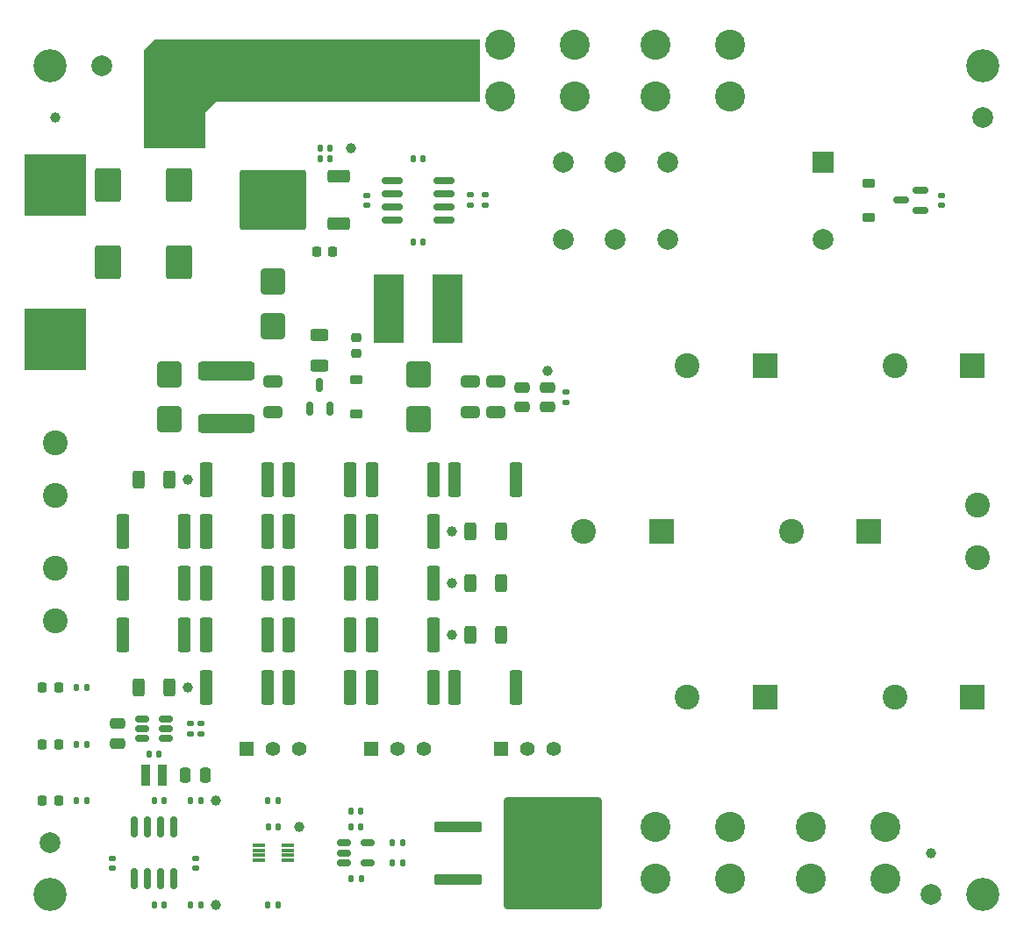
<source format=gbr>
%TF.GenerationSoftware,KiCad,Pcbnew,9.0.0*%
%TF.CreationDate,2025-08-07T11:31:08+08:00*%
%TF.ProjectId,Regen Clamp,52656765-6e20-4436-9c61-6d702e6b6963,1.1*%
%TF.SameCoordinates,PXa7d8c00PY8c30ac0*%
%TF.FileFunction,Soldermask,Top*%
%TF.FilePolarity,Negative*%
%FSLAX46Y46*%
G04 Gerber Fmt 4.6, Leading zero omitted, Abs format (unit mm)*
G04 Created by KiCad (PCBNEW 9.0.0) date 2025-08-07 11:31:08*
%MOMM*%
%LPD*%
G01*
G04 APERTURE LIST*
G04 Aperture macros list*
%AMRoundRect*
0 Rectangle with rounded corners*
0 $1 Rounding radius*
0 $2 $3 $4 $5 $6 $7 $8 $9 X,Y pos of 4 corners*
0 Add a 4 corners polygon primitive as box body*
4,1,4,$2,$3,$4,$5,$6,$7,$8,$9,$2,$3,0*
0 Add four circle primitives for the rounded corners*
1,1,$1+$1,$2,$3*
1,1,$1+$1,$4,$5*
1,1,$1+$1,$6,$7*
1,1,$1+$1,$8,$9*
0 Add four rect primitives between the rounded corners*
20,1,$1+$1,$2,$3,$4,$5,0*
20,1,$1+$1,$4,$5,$6,$7,0*
20,1,$1+$1,$6,$7,$8,$9,0*
20,1,$1+$1,$8,$9,$2,$3,0*%
G04 Aperture macros list end*
%ADD10R,2.850000X6.600000*%
%ADD11C,2.400000*%
%ADD12RoundRect,0.135000X0.185000X-0.135000X0.185000X0.135000X-0.185000X0.135000X-0.185000X-0.135000X0*%
%ADD13RoundRect,0.250000X0.362500X1.425000X-0.362500X1.425000X-0.362500X-1.425000X0.362500X-1.425000X0*%
%ADD14C,1.000000*%
%ADD15RoundRect,0.140000X0.140000X0.170000X-0.140000X0.170000X-0.140000X-0.170000X0.140000X-0.170000X0*%
%ADD16C,2.000000*%
%ADD17RoundRect,0.140000X0.170000X-0.140000X0.170000X0.140000X-0.170000X0.140000X-0.170000X-0.140000X0*%
%ADD18C,2.900000*%
%ADD19RoundRect,0.150000X0.825000X0.150000X-0.825000X0.150000X-0.825000X-0.150000X0.825000X-0.150000X0*%
%ADD20R,2.000000X2.000000*%
%ADD21RoundRect,0.250000X-0.650000X0.325000X-0.650000X-0.325000X0.650000X-0.325000X0.650000X0.325000X0*%
%ADD22RoundRect,0.102000X-0.609000X-0.609000X0.609000X-0.609000X0.609000X0.609000X-0.609000X0.609000X0*%
%ADD23C,1.422000*%
%ADD24RoundRect,0.250000X0.900000X-1.000000X0.900000X1.000000X-0.900000X1.000000X-0.900000X-1.000000X0*%
%ADD25RoundRect,0.250000X-0.362500X-1.425000X0.362500X-1.425000X0.362500X1.425000X-0.362500X1.425000X0*%
%ADD26C,3.200000*%
%ADD27RoundRect,0.150000X-0.150000X0.825000X-0.150000X-0.825000X0.150000X-0.825000X0.150000X0.825000X0*%
%ADD28RoundRect,0.250000X-0.312500X-0.625000X0.312500X-0.625000X0.312500X0.625000X-0.312500X0.625000X0*%
%ADD29R,2.400000X2.400000*%
%ADD30RoundRect,0.135000X-0.135000X-0.185000X0.135000X-0.185000X0.135000X0.185000X-0.135000X0.185000X0*%
%ADD31RoundRect,0.250000X0.312500X0.625000X-0.312500X0.625000X-0.312500X-0.625000X0.312500X-0.625000X0*%
%ADD32RoundRect,0.140000X-0.140000X-0.170000X0.140000X-0.170000X0.140000X0.170000X-0.140000X0.170000X0*%
%ADD33RoundRect,0.218750X-0.218750X-0.256250X0.218750X-0.256250X0.218750X0.256250X-0.218750X0.256250X0*%
%ADD34RoundRect,0.250000X0.625000X-0.312500X0.625000X0.312500X-0.625000X0.312500X-0.625000X-0.312500X0*%
%ADD35RoundRect,0.250000X-2.450000X0.650000X-2.450000X-0.650000X2.450000X-0.650000X2.450000X0.650000X0*%
%ADD36RoundRect,0.135000X0.135000X0.185000X-0.135000X0.185000X-0.135000X-0.185000X0.135000X-0.185000X0*%
%ADD37RoundRect,0.250000X-0.475000X0.250000X-0.475000X-0.250000X0.475000X-0.250000X0.475000X0.250000X0*%
%ADD38RoundRect,0.250000X0.850000X0.350000X-0.850000X0.350000X-0.850000X-0.350000X0.850000X-0.350000X0*%
%ADD39RoundRect,0.249997X2.950003X2.650003X-2.950003X2.650003X-2.950003X-2.650003X2.950003X-2.650003X0*%
%ADD40RoundRect,0.150000X0.512500X0.150000X-0.512500X0.150000X-0.512500X-0.150000X0.512500X-0.150000X0*%
%ADD41RoundRect,0.250000X-1.000000X1.400000X-1.000000X-1.400000X1.000000X-1.400000X1.000000X1.400000X0*%
%ADD42RoundRect,0.150000X0.150000X-0.512500X0.150000X0.512500X-0.150000X0.512500X-0.150000X-0.512500X0*%
%ADD43RoundRect,0.225000X-0.225000X-0.250000X0.225000X-0.250000X0.225000X0.250000X-0.225000X0.250000X0*%
%ADD44RoundRect,0.250000X-2.050000X-0.300000X2.050000X-0.300000X2.050000X0.300000X-2.050000X0.300000X0*%
%ADD45RoundRect,0.250002X-4.449998X-5.149998X4.449998X-5.149998X4.449998X5.149998X-4.449998X5.149998X0*%
%ADD46RoundRect,0.250000X-0.250000X-0.475000X0.250000X-0.475000X0.250000X0.475000X-0.250000X0.475000X0*%
%ADD47RoundRect,0.150000X-0.512500X-0.150000X0.512500X-0.150000X0.512500X0.150000X-0.512500X0.150000X0*%
%ADD48R,0.950000X2.100000*%
%ADD49RoundRect,0.225000X0.375000X-0.225000X0.375000X0.225000X-0.375000X0.225000X-0.375000X-0.225000X0*%
%ADD50RoundRect,0.087500X-0.537500X-0.087500X0.537500X-0.087500X0.537500X0.087500X-0.537500X0.087500X0*%
%ADD51RoundRect,0.225000X-0.250000X0.225000X-0.250000X-0.225000X0.250000X-0.225000X0.250000X0.225000X0*%
%ADD52RoundRect,0.140000X-0.170000X0.140000X-0.170000X-0.140000X0.170000X-0.140000X0.170000X0.140000X0*%
%ADD53R,6.000000X6.000000*%
%ADD54RoundRect,0.150000X0.587500X0.150000X-0.587500X0.150000X-0.587500X-0.150000X0.587500X-0.150000X0*%
%ADD55RoundRect,0.225000X-0.375000X0.225000X-0.375000X-0.225000X0.375000X-0.225000X0.375000X0.225000X0*%
%ADD56RoundRect,0.135000X-0.185000X0.135000X-0.185000X-0.135000X0.185000X-0.135000X0.185000X0.135000X0*%
G04 APERTURE END LIST*
D10*
%TO.C,L1*%
X37675000Y61500000D03*
X43325000Y61500000D03*
%TD*%
D11*
%TO.C,J2*%
X5500000Y36500000D03*
X5500000Y31420000D03*
%TD*%
D12*
%TO.C,R2*%
X45500000Y71490000D03*
X45500000Y72510000D03*
%TD*%
D13*
%TO.C,R17*%
X33962500Y45000000D03*
X28037500Y45000000D03*
%TD*%
D14*
%TO.C,TP4*%
X34000000Y77000000D03*
%TD*%
D15*
%TO.C,C4*%
X34980000Y13000000D03*
X34020000Y13000000D03*
%TD*%
D11*
%TO.C,J5*%
X94500000Y37460000D03*
X94500000Y42540000D03*
%TD*%
D16*
%TO.C,FID1*%
X10000000Y85000000D03*
%TD*%
D17*
%TO.C,C25*%
X19000000Y7520000D03*
X19000000Y8480000D03*
%TD*%
D12*
%TO.C,R3*%
X47000000Y71490000D03*
X47000000Y72510000D03*
%TD*%
D15*
%TO.C,C14*%
X40980000Y68000000D03*
X40020000Y68000000D03*
%TD*%
D18*
%TO.C,J3*%
X78400000Y11500000D03*
X78400000Y6500000D03*
X85600000Y11500000D03*
X85600000Y6500000D03*
%TD*%
D13*
%TO.C,R20*%
X25962500Y45000000D03*
X20037500Y45000000D03*
%TD*%
D19*
%TO.C,U1*%
X42975000Y70095000D03*
X42975000Y71365000D03*
X42975000Y72635000D03*
X42975000Y73905000D03*
X38025000Y73905000D03*
X38025000Y72635000D03*
X38025000Y71365000D03*
X38025000Y70095000D03*
%TD*%
D11*
%TO.C,J1*%
X5500000Y48580000D03*
X5500000Y43500000D03*
%TD*%
D16*
%TO.C,K1*%
X59537500Y75687500D03*
X59537500Y68187500D03*
X64537500Y75687500D03*
X64537500Y68187500D03*
X54537500Y75687500D03*
X54537500Y68187500D03*
D20*
X79537500Y75687500D03*
D16*
X79537500Y68187500D03*
%TD*%
D21*
%TO.C,C2*%
X26500000Y54475000D03*
X26500000Y51525000D03*
%TD*%
D22*
%TO.C,RV2*%
X35960000Y19000000D03*
D23*
X38500000Y19000000D03*
X41040000Y19000000D03*
%TD*%
D14*
%TO.C,TP11*%
X43750000Y30000000D03*
%TD*%
D24*
%TO.C,D7*%
X40500000Y50850000D03*
X40500000Y55150000D03*
%TD*%
D25*
%TO.C,R19*%
X36037500Y40000000D03*
X41962500Y40000000D03*
%TD*%
D26*
%TO.C,H2*%
X5000000Y5000000D03*
%TD*%
D27*
%TO.C,U5*%
X16905000Y11475000D03*
X15635000Y11475000D03*
X14365000Y11475000D03*
X13095000Y11475000D03*
X13095000Y6525000D03*
X14365000Y6525000D03*
X15635000Y6525000D03*
X16905000Y6525000D03*
%TD*%
D28*
%TO.C,R24*%
X13537500Y25000000D03*
X16462500Y25000000D03*
%TD*%
D29*
%TO.C,C23*%
X63977780Y40000000D03*
D11*
X56477780Y40000000D03*
%TD*%
D30*
%TO.C,R28*%
X18490000Y4000000D03*
X19510000Y4000000D03*
%TD*%
D29*
%TO.C,C22*%
X73977780Y24000000D03*
D11*
X66477780Y24000000D03*
%TD*%
D31*
%TO.C,R22*%
X48462500Y40000000D03*
X45537500Y40000000D03*
%TD*%
D18*
%TO.C,J4*%
X63400000Y11500000D03*
X63400000Y6500000D03*
X70600000Y11500000D03*
X70600000Y6500000D03*
%TD*%
D25*
%TO.C,R37*%
X12037500Y35000000D03*
X17962500Y35000000D03*
%TD*%
D32*
%TO.C,C17*%
X31020000Y77000000D03*
X31980000Y77000000D03*
%TD*%
D33*
%TO.C,D8*%
X4212500Y19500000D03*
X5787500Y19500000D03*
%TD*%
D21*
%TO.C,C8*%
X48000000Y54475000D03*
X48000000Y51525000D03*
%TD*%
D34*
%TO.C,R4*%
X31000000Y56037500D03*
X31000000Y58962500D03*
%TD*%
D32*
%TO.C,C5*%
X34020000Y11500000D03*
X34980000Y11500000D03*
%TD*%
D14*
%TO.C,TP10*%
X21000000Y4000000D03*
%TD*%
D13*
%TO.C,R18*%
X33962500Y25000000D03*
X28037500Y25000000D03*
%TD*%
D33*
%TO.C,D9*%
X4212500Y25000000D03*
X5787500Y25000000D03*
%TD*%
D31*
%TO.C,R42*%
X48462500Y35000000D03*
X45537500Y35000000D03*
%TD*%
D16*
%TO.C,FID2*%
X95000000Y80000000D03*
%TD*%
D35*
%TO.C,C1*%
X22000000Y55550000D03*
X22000000Y50450000D03*
%TD*%
D17*
%TO.C,C18*%
X35500000Y71520000D03*
X35500000Y72480000D03*
%TD*%
D22*
%TO.C,RV1*%
X48460000Y19000000D03*
D23*
X51000000Y19000000D03*
X53540000Y19000000D03*
%TD*%
D24*
%TO.C,D4*%
X26500000Y59850000D03*
X26500000Y64150000D03*
%TD*%
D14*
%TO.C,TP7*%
X18250000Y25000000D03*
%TD*%
%TO.C,TP1*%
X53000000Y55500000D03*
%TD*%
D15*
%TO.C,C27*%
X15480000Y18500000D03*
X14520000Y18500000D03*
%TD*%
D36*
%TO.C,R9*%
X8510000Y14000000D03*
X7490000Y14000000D03*
%TD*%
D37*
%TO.C,C9*%
X53000000Y53950000D03*
X53000000Y52050000D03*
%TD*%
D38*
%TO.C,U4*%
X32800000Y69720000D03*
D39*
X26500000Y72000000D03*
D38*
X32800000Y74280000D03*
%TD*%
D14*
%TO.C,TP3*%
X90000000Y9000000D03*
%TD*%
D40*
%TO.C,U6*%
X16137500Y20050000D03*
X16137500Y21000000D03*
X16137500Y21950000D03*
X13862500Y21950000D03*
X13862500Y21000000D03*
X13862500Y20050000D03*
%TD*%
D32*
%TO.C,C13*%
X31020000Y76000000D03*
X31980000Y76000000D03*
%TD*%
D16*
%TO.C,FID3*%
X90000000Y5000000D03*
%TD*%
D25*
%TO.C,R41*%
X36037500Y35000000D03*
X41962500Y35000000D03*
%TD*%
%TO.C,R13*%
X20037500Y40000000D03*
X25962500Y40000000D03*
%TD*%
D41*
%TO.C,D3*%
X17400000Y73500000D03*
X10600000Y73500000D03*
%TD*%
D42*
%TO.C,U2*%
X30050000Y51862500D03*
X31950000Y51862500D03*
X31000000Y54137500D03*
%TD*%
D13*
%TO.C,R15*%
X41962500Y25000000D03*
X36037500Y25000000D03*
%TD*%
D26*
%TO.C,H1*%
X5000000Y85000000D03*
%TD*%
D29*
%TO.C,C19*%
X83977780Y40000000D03*
D11*
X76477780Y40000000D03*
%TD*%
D25*
%TO.C,R10*%
X12037500Y40000000D03*
X17962500Y40000000D03*
%TD*%
D43*
%TO.C,C12*%
X30725000Y67000000D03*
X32275000Y67000000D03*
%TD*%
D25*
%TO.C,R16*%
X28037500Y40000000D03*
X33962500Y40000000D03*
%TD*%
D13*
%TO.C,R12*%
X49962500Y25000000D03*
X44037500Y25000000D03*
%TD*%
D33*
%TO.C,D10*%
X4212500Y14000000D03*
X5787500Y14000000D03*
%TD*%
D32*
%TO.C,C29*%
X15020000Y4000000D03*
X15980000Y4000000D03*
%TD*%
D31*
%TO.C,R36*%
X48462500Y30000000D03*
X45537500Y30000000D03*
%TD*%
D25*
%TO.C,R35*%
X36037500Y30000000D03*
X41962500Y30000000D03*
%TD*%
D44*
%TO.C,Q2*%
X44350000Y11540000D03*
D45*
X53500000Y9000000D03*
D44*
X44350000Y6460000D03*
%TD*%
D16*
%TO.C,FID4*%
X5000000Y10000000D03*
%TD*%
D14*
%TO.C,TP2*%
X5500000Y80000000D03*
%TD*%
D46*
%TO.C,C28*%
X18050000Y16500000D03*
X19950000Y16500000D03*
%TD*%
D24*
%TO.C,D1*%
X16500000Y50850000D03*
X16500000Y55150000D03*
%TD*%
D17*
%TO.C,C3*%
X91000000Y71520000D03*
X91000000Y72480000D03*
%TD*%
D14*
%TO.C,TP9*%
X21000000Y14000000D03*
%TD*%
D29*
%TO.C,C20*%
X93977780Y56000000D03*
D11*
X86477780Y56000000D03*
%TD*%
D26*
%TO.C,H3*%
X95000000Y5000000D03*
%TD*%
D36*
%TO.C,R8*%
X8510000Y25000000D03*
X7490000Y25000000D03*
%TD*%
D26*
%TO.C,H4*%
X95000000Y85000000D03*
%TD*%
D25*
%TO.C,R38*%
X20037500Y35000000D03*
X25962500Y35000000D03*
%TD*%
D13*
%TO.C,R11*%
X49962500Y45000000D03*
X44037500Y45000000D03*
%TD*%
D36*
%TO.C,R29*%
X27010000Y14000000D03*
X25990000Y14000000D03*
%TD*%
D14*
%TO.C,TP6*%
X18250000Y45000000D03*
%TD*%
D30*
%TO.C,R6*%
X37990000Y8050000D03*
X39010000Y8050000D03*
%TD*%
D47*
%TO.C,U3*%
X33362500Y9950000D03*
X33362500Y9000000D03*
X33362500Y8050000D03*
X35637500Y8050000D03*
X35637500Y9950000D03*
%TD*%
D17*
%TO.C,C16*%
X11000000Y7520000D03*
X11000000Y8480000D03*
%TD*%
D48*
%TO.C,L2*%
X14175000Y16500000D03*
X15825000Y16500000D03*
%TD*%
D36*
%TO.C,R30*%
X27010000Y4000000D03*
X25990000Y4000000D03*
%TD*%
D30*
%TO.C,R27*%
X18490000Y14000000D03*
X19510000Y14000000D03*
%TD*%
D37*
%TO.C,C10*%
X50500000Y53950000D03*
X50500000Y52050000D03*
%TD*%
D25*
%TO.C,R39*%
X28037500Y35000000D03*
X33962500Y35000000D03*
%TD*%
D18*
%TO.C,J7*%
X70600000Y82000000D03*
X70600000Y87000000D03*
X63400000Y82000000D03*
X63400000Y87000000D03*
%TD*%
D12*
%TO.C,R25*%
X19500000Y20490000D03*
X19500000Y21510000D03*
%TD*%
D49*
%TO.C,D5*%
X34500000Y51350000D03*
X34500000Y54650000D03*
%TD*%
D32*
%TO.C,C31*%
X15020000Y14000000D03*
X15980000Y14000000D03*
%TD*%
D14*
%TO.C,TP8*%
X29000000Y11500000D03*
%TD*%
D15*
%TO.C,C15*%
X40980000Y76000000D03*
X40020000Y76000000D03*
%TD*%
D18*
%TO.C,J6*%
X55600000Y82000000D03*
X55600000Y87000000D03*
X48400000Y82000000D03*
X48400000Y87000000D03*
%TD*%
D13*
%TO.C,R21*%
X25962500Y25000000D03*
X20037500Y25000000D03*
%TD*%
D50*
%TO.C,U7*%
X25100000Y9750000D03*
X25100000Y9250000D03*
X25100000Y8750000D03*
X25100000Y8250000D03*
X27900000Y8250000D03*
X27900000Y8750000D03*
X27900000Y9250000D03*
X27900000Y9750000D03*
%TD*%
D21*
%TO.C,C7*%
X45500000Y54475000D03*
X45500000Y51525000D03*
%TD*%
D51*
%TO.C,C6*%
X34500000Y58775000D03*
X34500000Y57225000D03*
%TD*%
D52*
%TO.C,C11*%
X54750000Y53480000D03*
X54750000Y52520000D03*
%TD*%
D53*
%TO.C,F1*%
X5500000Y73450000D03*
X5500000Y58550000D03*
%TD*%
D36*
%TO.C,R7*%
X8510000Y19500000D03*
X7490000Y19500000D03*
%TD*%
D41*
%TO.C,D2*%
X17400000Y66000000D03*
X10600000Y66000000D03*
%TD*%
D22*
%TO.C,RV3*%
X23960000Y19000000D03*
D23*
X26500000Y19000000D03*
X29040000Y19000000D03*
%TD*%
D13*
%TO.C,R14*%
X41962500Y45000000D03*
X36037500Y45000000D03*
%TD*%
D14*
%TO.C,TP5*%
X43750000Y40000000D03*
%TD*%
D36*
%TO.C,R1*%
X35010000Y6500000D03*
X33990000Y6500000D03*
%TD*%
D15*
%TO.C,C30*%
X26980000Y11500000D03*
X26020000Y11500000D03*
%TD*%
D54*
%TO.C,Q1*%
X88937500Y71050000D03*
X88937500Y72950000D03*
X87062500Y72000000D03*
%TD*%
D25*
%TO.C,R32*%
X20037500Y30000000D03*
X25962500Y30000000D03*
%TD*%
D29*
%TO.C,C24*%
X93977780Y24000000D03*
D11*
X86477780Y24000000D03*
%TD*%
D25*
%TO.C,R31*%
X12037500Y30000000D03*
X17962500Y30000000D03*
%TD*%
D55*
%TO.C,D6*%
X84000000Y73650000D03*
X84000000Y70350000D03*
%TD*%
D14*
%TO.C,TP12*%
X43750000Y35000000D03*
%TD*%
D37*
%TO.C,C26*%
X11500000Y21450000D03*
X11500000Y19550000D03*
%TD*%
D28*
%TO.C,R23*%
X13537500Y45000000D03*
X16462500Y45000000D03*
%TD*%
D30*
%TO.C,R5*%
X37990000Y9950000D03*
X39010000Y9950000D03*
%TD*%
D56*
%TO.C,R26*%
X18500000Y21510000D03*
X18500000Y20490000D03*
%TD*%
D29*
%TO.C,C21*%
X73977780Y56000000D03*
D11*
X66477780Y56000000D03*
%TD*%
D25*
%TO.C,R33*%
X28037500Y30000000D03*
X33962500Y30000000D03*
%TD*%
G36*
X46481694Y87481694D02*
G01*
X46500000Y87437500D01*
X46500000Y81562500D01*
X46481694Y81518306D01*
X46437500Y81500000D01*
X21000000Y81500000D01*
X20000000Y80500000D01*
X20000000Y77062500D01*
X19981694Y77018306D01*
X19937500Y77000000D01*
X14062500Y77000000D01*
X14018306Y77018306D01*
X14000000Y77062500D01*
X14000000Y86474112D01*
X14018306Y86518306D01*
X14981694Y87481694D01*
X15025888Y87500000D01*
X46437500Y87500000D01*
X46481694Y87481694D01*
G37*
M02*

</source>
